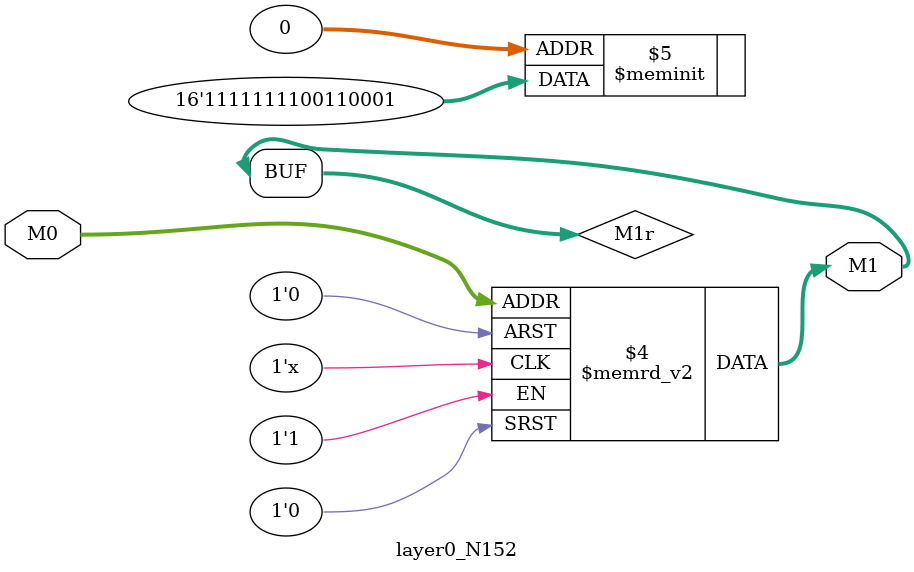
<source format=v>
module layer0_N152 ( input [2:0] M0, output [1:0] M1 );

	(*rom_style = "distributed" *) reg [1:0] M1r;
	assign M1 = M1r;
	always @ (M0) begin
		case (M0)
			3'b000: M1r = 2'b01;
			3'b100: M1r = 2'b11;
			3'b010: M1r = 2'b11;
			3'b110: M1r = 2'b11;
			3'b001: M1r = 2'b00;
			3'b101: M1r = 2'b11;
			3'b011: M1r = 2'b00;
			3'b111: M1r = 2'b11;

		endcase
	end
endmodule

</source>
